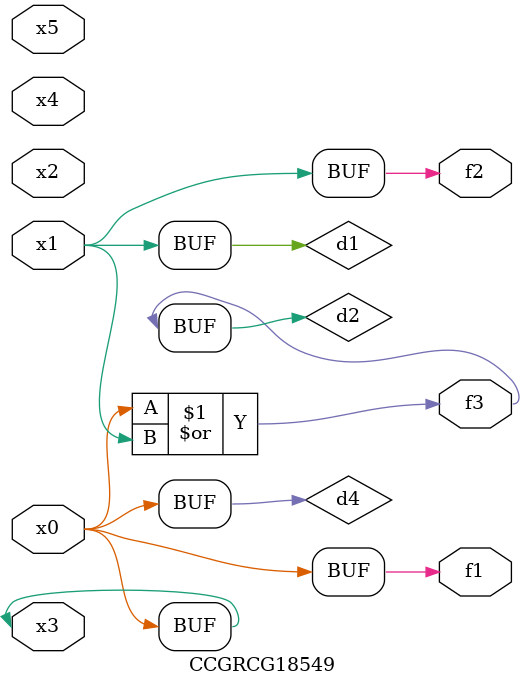
<source format=v>
module CCGRCG18549(
	input x0, x1, x2, x3, x4, x5,
	output f1, f2, f3
);

	wire d1, d2, d3, d4;

	and (d1, x1);
	or (d2, x0, x1);
	nand (d3, x0, x5);
	buf (d4, x0, x3);
	assign f1 = d4;
	assign f2 = d1;
	assign f3 = d2;
endmodule

</source>
